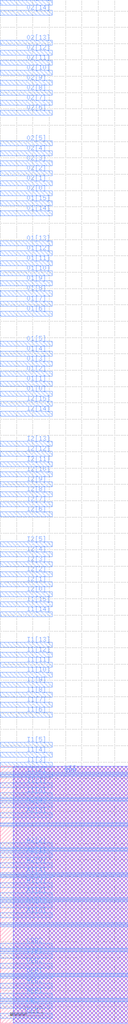
<source format=lef>
VERSION 5.6 ;
BUSBITCHARS "[]" ;
DIVIDERCHAR "/" ;

MACRO SRAM2RW32x16
  CLASS BLOCK ;
  ORIGIN 0 0 ;
  FOREIGN SRAM2RW32x16 0 0 ;
  SIZE 39.2 BY 78.72 ;
  SYMMETRY X Y ;
  SITE coreSite ;
  PIN VDD
    DIRECTION INOUT ;
    USE POWER ;
    PORT 
      LAYER M4 ;
        RECT 0.0 6.528 39.2 6.912 ;
        RECT 0.0 14.208 39.2 14.592 ;
        RECT 0.0 21.888 39.2 22.272 ;
        RECT 0.0 29.568 39.2 29.952 ;
        RECT 0.0 37.248 39.2 37.632 ;
        RECT 0.0 44.928 39.2 45.312 ;
        RECT 0.0 52.608 39.2 52.992 ;
        RECT 0.0 60.288 39.2 60.672 ;
        RECT 0.0 67.968 39.2 68.352 ;
        RECT 0.0 75.648 39.2 76.032 ;
    END 
  END VDD
  PIN VSS
    DIRECTION INOUT ;
    USE GROUND ;
    PORT 
      LAYER M4 ;
        RECT 0.0 7.296 39.2 7.68 ;
        RECT 0.0 14.976 39.2 15.36 ;
        RECT 0.0 22.656 39.2 23.04 ;
        RECT 0.0 30.336 39.2 30.72 ;
        RECT 0.0 38.016 39.2 38.4 ;
        RECT 0.0 45.696 39.2 46.08 ;
        RECT 0.0 53.376 39.2 53.76 ;
        RECT 0.0 61.056 39.2 61.44 ;
        RECT 0.0 68.736 39.2 69.12 ;
        RECT 0.0 76.416 39.2 76.8 ;
    END 
  END VSS
  PIN CE1
    DIRECTION INPUT ;
    USE SIGNAL ;
    PORT 
      LAYER M4 ;
        RECT 0.0 1.536 16.0 3.072 ;
    END 
  END CE1
  PIN CE2
    DIRECTION INPUT ;
    USE SIGNAL ;
    PORT 
      LAYER M4 ;
        RECT 0.0 4.608 16.0 6.144 ;
    END 
  END CE2
  PIN WEB1
    DIRECTION INPUT ;
    USE SIGNAL ;
    PORT 
      LAYER M4 ;
        RECT 0.0 7.68 16.0 9.216 ;
    END 
  END WEB1
  PIN WEB2
    DIRECTION INPUT ;
    USE SIGNAL ;
    PORT 
      LAYER M4 ;
        RECT 0.0 10.752 16.0 12.288 ;
    END 
  END WEB2
  PIN OEB1
    DIRECTION INPUT ;
    USE SIGNAL ;
    PORT 
      LAYER M4 ;
        RECT 0.0 13.824 16.0 15.36 ;
    END 
  END OEB1
  PIN OEB2
    DIRECTION INPUT ;
    USE SIGNAL ;
    PORT 
      LAYER M4 ;
        RECT 0.0 16.896 16.0 18.432 ;
    END 
  END OEB2
  PIN CSB1
    DIRECTION INPUT ;
    USE SIGNAL ;
    PORT 
      LAYER M4 ;
        RECT 0.0 19.968 16.0 21.504 ;
    END 
  END CSB1
  PIN CSB2
    DIRECTION INPUT ;
    USE SIGNAL ;
    PORT 
      LAYER M4 ;
        RECT 0.0 23.04 16.0 24.576 ;
    END 
  END CSB2
  PIN A1[0]
    DIRECTION INPUT ;
    USE SIGNAL ;
    PORT 
      LAYER M4 ;
        RECT 0.0 32.256 16.0 33.792 ;
    END 
  END A1[0]
  PIN A1[1]
    DIRECTION INPUT ;
    USE SIGNAL ;
    PORT 
      LAYER M4 ;
        RECT 0.0 35.328 16.0 36.864 ;
    END 
  END A1[1]
  PIN A1[2]
    DIRECTION INPUT ;
    USE SIGNAL ;
    PORT 
      LAYER M4 ;
        RECT 0.0 38.4 16.0 39.936 ;
    END 
  END A1[2]
  PIN A1[3]
    DIRECTION INPUT ;
    USE SIGNAL ;
    PORT 
      LAYER M4 ;
        RECT 0.0 41.472 16.0 43.008 ;
    END 
  END A1[3]
  PIN A1[4]
    DIRECTION INPUT ;
    USE SIGNAL ;
    PORT 
      LAYER M4 ;
        RECT 0.0 44.544 16.0 46.08 ;
    END 
  END A1[4]
  PIN A2[0]
    DIRECTION INPUT ;
    USE SIGNAL ;
    PORT 
      LAYER M4 ;
        RECT 0.0 47.616 16.0 49.152 ;
    END 
  END A2[0]
  PIN A2[1]
    DIRECTION INPUT ;
    USE SIGNAL ;
    PORT 
      LAYER M4 ;
        RECT 0.0 50.688 16.0 52.224 ;
    END 
  END A2[1]
  PIN A2[2]
    DIRECTION INPUT ;
    USE SIGNAL ;
    PORT 
      LAYER M4 ;
        RECT 0.0 53.76 16.0 55.296 ;
    END 
  END A2[2]
  PIN A2[3]
    DIRECTION INPUT ;
    USE SIGNAL ;
    PORT 
      LAYER M4 ;
        RECT 0.0 62.976 16.0 64.512 ;
    END 
  END A2[3]
  PIN A2[4]
    DIRECTION INPUT ;
    USE SIGNAL ;
    PORT 
      LAYER M4 ;
        RECT 0.0 66.048 16.0 67.584 ;
    END 
  END A2[4]
  PIN I1[0]
    DIRECTION INPUT ;
    USE SIGNAL ;
    PORT 
      LAYER M4 ;
        RECT 0.0 69.12 16.0 70.656 ;
    END 
  END I1[0]
  PIN I1[1]
    DIRECTION INPUT ;
    USE SIGNAL ;
    PORT 
      LAYER M4 ;
        RECT 0.0 72.192 16.0 73.728 ;
    END 
  END I1[1]
  PIN I1[2]
    DIRECTION INPUT ;
    USE SIGNAL ;
    PORT 
      LAYER M4 ;
        RECT 0.0 75.264 16.0 76.8 ;
    END 
  END I1[2]
  PIN I1[3]
    DIRECTION INPUT ;
    USE SIGNAL ;
    PORT 
      LAYER M4 ;
        RECT 0.0 78.336 16.0 79.872 ;
    END 
  END I1[3]
  PIN I1[4]
    DIRECTION INPUT ;
    USE SIGNAL ;
    PORT 
      LAYER M4 ;
        RECT 0.0 81.408 16.0 82.944 ;
    END 
  END I1[4]
  PIN I1[5]
    DIRECTION INPUT ;
    USE SIGNAL ;
    PORT 
      LAYER M4 ;
        RECT 0.0 84.48 16.0 86.016 ;
    END 
  END I1[5]
  PIN I1[6]
    DIRECTION INPUT ;
    USE SIGNAL ;
    PORT 
      LAYER M4 ;
        RECT 0.0 93.696 16.0 95.232 ;
    END 
  END I1[6]
  PIN I1[7]
    DIRECTION INPUT ;
    USE SIGNAL ;
    PORT 
      LAYER M4 ;
        RECT 0.0 96.768 16.0 98.304 ;
    END 
  END I1[7]
  PIN I1[8]
    DIRECTION INPUT ;
    USE SIGNAL ;
    PORT 
      LAYER M4 ;
        RECT 0.0 99.84 16.0 101.376 ;
    END 
  END I1[8]
  PIN I1[9]
    DIRECTION INPUT ;
    USE SIGNAL ;
    PORT 
      LAYER M4 ;
        RECT 0.0 102.912 16.0 104.448 ;
    END 
  END I1[9]
  PIN I1[10]
    DIRECTION INPUT ;
    USE SIGNAL ;
    PORT 
      LAYER M4 ;
        RECT 0.0 105.984 16.0 107.52 ;
    END 
  END I1[10]
  PIN I1[11]
    DIRECTION INPUT ;
    USE SIGNAL ;
    PORT 
      LAYER M4 ;
        RECT 0.0 109.056 16.0 110.592 ;
    END 
  END I1[11]
  PIN I1[12]
    DIRECTION INPUT ;
    USE SIGNAL ;
    PORT 
      LAYER M4 ;
        RECT 0.0 112.128 16.0 113.664 ;
    END 
  END I1[12]
  PIN I1[13]
    DIRECTION INPUT ;
    USE SIGNAL ;
    PORT 
      LAYER M4 ;
        RECT 0.0 115.2 16.0 116.736 ;
    END 
  END I1[13]
  PIN I1[14]
    DIRECTION INPUT ;
    USE SIGNAL ;
    PORT 
      LAYER M4 ;
        RECT 0.0 124.416 16.0 125.952 ;
    END 
  END I1[14]
  PIN I1[15]
    DIRECTION INPUT ;
    USE SIGNAL ;
    PORT 
      LAYER M4 ;
        RECT 0.0 127.488 16.0 129.024 ;
    END 
  END I1[15]
  PIN I2[0]
    DIRECTION INPUT ;
    USE SIGNAL ;
    PORT 
      LAYER M4 ;
        RECT 0.0 130.56 16.0 132.096 ;
    END 
  END I2[0]
  PIN I2[1]
    DIRECTION INPUT ;
    USE SIGNAL ;
    PORT 
      LAYER M4 ;
        RECT 0.0 133.632 16.0 135.168 ;
    END 
  END I2[1]
  PIN I2[2]
    DIRECTION INPUT ;
    USE SIGNAL ;
    PORT 
      LAYER M4 ;
        RECT 0.0 136.704 16.0 138.24 ;
    END 
  END I2[2]
  PIN I2[3]
    DIRECTION INPUT ;
    USE SIGNAL ;
    PORT 
      LAYER M4 ;
        RECT 0.0 139.776 16.0 141.312 ;
    END 
  END I2[3]
  PIN I2[4]
    DIRECTION INPUT ;
    USE SIGNAL ;
    PORT 
      LAYER M4 ;
        RECT 0.0 142.848 16.0 144.384 ;
    END 
  END I2[4]
  PIN I2[5]
    DIRECTION INPUT ;
    USE SIGNAL ;
    PORT 
      LAYER M4 ;
        RECT 0.0 145.92 16.0 147.456 ;
    END 
  END I2[5]
  PIN I2[6]
    DIRECTION INPUT ;
    USE SIGNAL ;
    PORT 
      LAYER M4 ;
        RECT 0.0 155.136 16.0 156.672 ;
    END 
  END I2[6]
  PIN I2[7]
    DIRECTION INPUT ;
    USE SIGNAL ;
    PORT 
      LAYER M4 ;
        RECT 0.0 158.208 16.0 159.744 ;
    END 
  END I2[7]
  PIN I2[8]
    DIRECTION INPUT ;
    USE SIGNAL ;
    PORT 
      LAYER M4 ;
        RECT 0.0 161.28 16.0 162.816 ;
    END 
  END I2[8]
  PIN I2[9]
    DIRECTION INPUT ;
    USE SIGNAL ;
    PORT 
      LAYER M4 ;
        RECT 0.0 164.352 16.0 165.888 ;
    END 
  END I2[9]
  PIN I2[10]
    DIRECTION INPUT ;
    USE SIGNAL ;
    PORT 
      LAYER M4 ;
        RECT 0.0 167.424 16.0 168.96 ;
    END 
  END I2[10]
  PIN I2[11]
    DIRECTION INPUT ;
    USE SIGNAL ;
    PORT 
      LAYER M4 ;
        RECT 0.0 170.496 16.0 172.032 ;
    END 
  END I2[11]
  PIN I2[12]
    DIRECTION INPUT ;
    USE SIGNAL ;
    PORT 
      LAYER M4 ;
        RECT 0.0 173.568 16.0 175.104 ;
    END 
  END I2[12]
  PIN I2[13]
    DIRECTION INPUT ;
    USE SIGNAL ;
    PORT 
      LAYER M4 ;
        RECT 0.0 176.64 16.0 178.176 ;
    END 
  END I2[13]
  PIN I2[14]
    DIRECTION INPUT ;
    USE SIGNAL ;
    PORT 
      LAYER M4 ;
        RECT 0.0 185.856 16.0 187.392 ;
    END 
  END I2[14]
  PIN I2[15]
    DIRECTION INPUT ;
    USE SIGNAL ;
    PORT 
      LAYER M4 ;
        RECT 0.0 188.928 16.0 190.464 ;
    END 
  END I2[15]
  PIN O1[0]
    DIRECTION OUTPUT ;
    USE SIGNAL ;
    PORT 
      LAYER M4 ;
        RECT 0.0 192.0 16.0 193.536 ;
    END 
  END O1[0]
  PIN O1[1]
    DIRECTION OUTPUT ;
    USE SIGNAL ;
    PORT 
      LAYER M4 ;
        RECT 0.0 195.072 16.0 196.608 ;
    END 
  END O1[1]
  PIN O1[2]
    DIRECTION OUTPUT ;
    USE SIGNAL ;
    PORT 
      LAYER M4 ;
        RECT 0.0 198.144 16.0 199.68 ;
    END 
  END O1[2]
  PIN O1[3]
    DIRECTION OUTPUT ;
    USE SIGNAL ;
    PORT 
      LAYER M4 ;
        RECT 0.0 201.216 16.0 202.752 ;
    END 
  END O1[3]
  PIN O1[4]
    DIRECTION OUTPUT ;
    USE SIGNAL ;
    PORT 
      LAYER M4 ;
        RECT 0.0 204.288 16.0 205.824 ;
    END 
  END O1[4]
  PIN O1[5]
    DIRECTION OUTPUT ;
    USE SIGNAL ;
    PORT 
      LAYER M4 ;
        RECT 0.0 207.36 16.0 208.896 ;
    END 
  END O1[5]
  PIN O1[6]
    DIRECTION OUTPUT ;
    USE SIGNAL ;
    PORT 
      LAYER M4 ;
        RECT 0.0 216.576 16.0 218.112 ;
    END 
  END O1[6]
  PIN O1[7]
    DIRECTION OUTPUT ;
    USE SIGNAL ;
    PORT 
      LAYER M4 ;
        RECT 0.0 219.648 16.0 221.184 ;
    END 
  END O1[7]
  PIN O1[8]
    DIRECTION OUTPUT ;
    USE SIGNAL ;
    PORT 
      LAYER M4 ;
        RECT 0.0 222.72 16.0 224.256 ;
    END 
  END O1[8]
  PIN O1[9]
    DIRECTION OUTPUT ;
    USE SIGNAL ;
    PORT 
      LAYER M4 ;
        RECT 0.0 225.792 16.0 227.328 ;
    END 
  END O1[9]
  PIN O1[10]
    DIRECTION OUTPUT ;
    USE SIGNAL ;
    PORT 
      LAYER M4 ;
        RECT 0.0 228.864 16.0 230.4 ;
    END 
  END O1[10]
  PIN O1[11]
    DIRECTION OUTPUT ;
    USE SIGNAL ;
    PORT 
      LAYER M4 ;
        RECT 0.0 231.936 16.0 233.472 ;
    END 
  END O1[11]
  PIN O1[12]
    DIRECTION OUTPUT ;
    USE SIGNAL ;
    PORT 
      LAYER M4 ;
        RECT 0.0 235.008 16.0 236.544 ;
    END 
  END O1[12]
  PIN O1[13]
    DIRECTION OUTPUT ;
    USE SIGNAL ;
    PORT 
      LAYER M4 ;
        RECT 0.0 238.08 16.0 239.616 ;
    END 
  END O1[13]
  PIN O1[14]
    DIRECTION OUTPUT ;
    USE SIGNAL ;
    PORT 
      LAYER M4 ;
        RECT 0.0 247.296 16.0 248.832 ;
    END 
  END O1[14]
  PIN O1[15]
    DIRECTION OUTPUT ;
    USE SIGNAL ;
    PORT 
      LAYER M4 ;
        RECT 0.0 250.368 16.0 251.904 ;
    END 
  END O1[15]
  PIN O2[0]
    DIRECTION OUTPUT ;
    USE SIGNAL ;
    PORT 
      LAYER M4 ;
        RECT 0.0 253.44 16.0 254.976 ;
    END 
  END O2[0]
  PIN O2[1]
    DIRECTION OUTPUT ;
    USE SIGNAL ;
    PORT 
      LAYER M4 ;
        RECT 0.0 256.512 16.0 258.048 ;
    END 
  END O2[1]
  PIN O2[2]
    DIRECTION OUTPUT ;
    USE SIGNAL ;
    PORT 
      LAYER M4 ;
        RECT 0.0 259.584 16.0 261.12 ;
    END 
  END O2[2]
  PIN O2[3]
    DIRECTION OUTPUT ;
    USE SIGNAL ;
    PORT 
      LAYER M4 ;
        RECT 0.0 262.656 16.0 264.192 ;
    END 
  END O2[3]
  PIN O2[4]
    DIRECTION OUTPUT ;
    USE SIGNAL ;
    PORT 
      LAYER M4 ;
        RECT 0.0 265.728 16.0 267.264 ;
    END 
  END O2[4]
  PIN O2[5]
    DIRECTION OUTPUT ;
    USE SIGNAL ;
    PORT 
      LAYER M4 ;
        RECT 0.0 268.8 16.0 270.336 ;
    END 
  END O2[5]
  PIN O2[6]
    DIRECTION OUTPUT ;
    USE SIGNAL ;
    PORT 
      LAYER M4 ;
        RECT 0.0 278.016 16.0 279.552 ;
    END 
  END O2[6]
  PIN O2[7]
    DIRECTION OUTPUT ;
    USE SIGNAL ;
    PORT 
      LAYER M4 ;
        RECT 0.0 281.088 16.0 282.624 ;
    END 
  END O2[7]
  PIN O2[8]
    DIRECTION OUTPUT ;
    USE SIGNAL ;
    PORT 
      LAYER M4 ;
        RECT 0.0 284.16 16.0 285.696 ;
    END 
  END O2[8]
  PIN O2[9]
    DIRECTION OUTPUT ;
    USE SIGNAL ;
    PORT 
      LAYER M4 ;
        RECT 0.0 287.232 16.0 288.768 ;
    END 
  END O2[9]
  PIN O2[10]
    DIRECTION OUTPUT ;
    USE SIGNAL ;
    PORT 
      LAYER M4 ;
        RECT 0.0 290.304 16.0 291.84 ;
    END 
  END O2[10]
  PIN O2[11]
    DIRECTION OUTPUT ;
    USE SIGNAL ;
    PORT 
      LAYER M4 ;
        RECT 0.0 293.376 16.0 294.912 ;
    END 
  END O2[11]
  PIN O2[12]
    DIRECTION OUTPUT ;
    USE SIGNAL ;
    PORT 
      LAYER M4 ;
        RECT 0.0 296.448 16.0 297.984 ;
    END 
  END O2[12]
  PIN O2[13]
    DIRECTION OUTPUT ;
    USE SIGNAL ;
    PORT 
      LAYER M4 ;
        RECT 0.0 299.52 16.0 301.056 ;
    END 
  END O2[13]
  PIN O2[14]
    DIRECTION OUTPUT ;
    USE SIGNAL ;
    PORT 
      LAYER M4 ;
        RECT 0.0 308.736 16.0 310.272 ;
    END 
  END O2[14]
  PIN O2[15]
    DIRECTION OUTPUT ;
    USE SIGNAL ;
    PORT 
      LAYER M4 ;
        RECT 0.0 311.808 16.0 313.344 ;
    END 
  END O2[15]
  OBS 
    LAYER M1 ;
      RECT 4.0 0.0 39.2 78.72 ;
    LAYER M2 ;
      RECT 4.0 0.0 39.2 78.72 ;
    LAYER M3 ;
      RECT 4.0 0.0 39.2 78.72 ;
  END 
END SRAM2RW32x16

END LIBRARY
</source>
